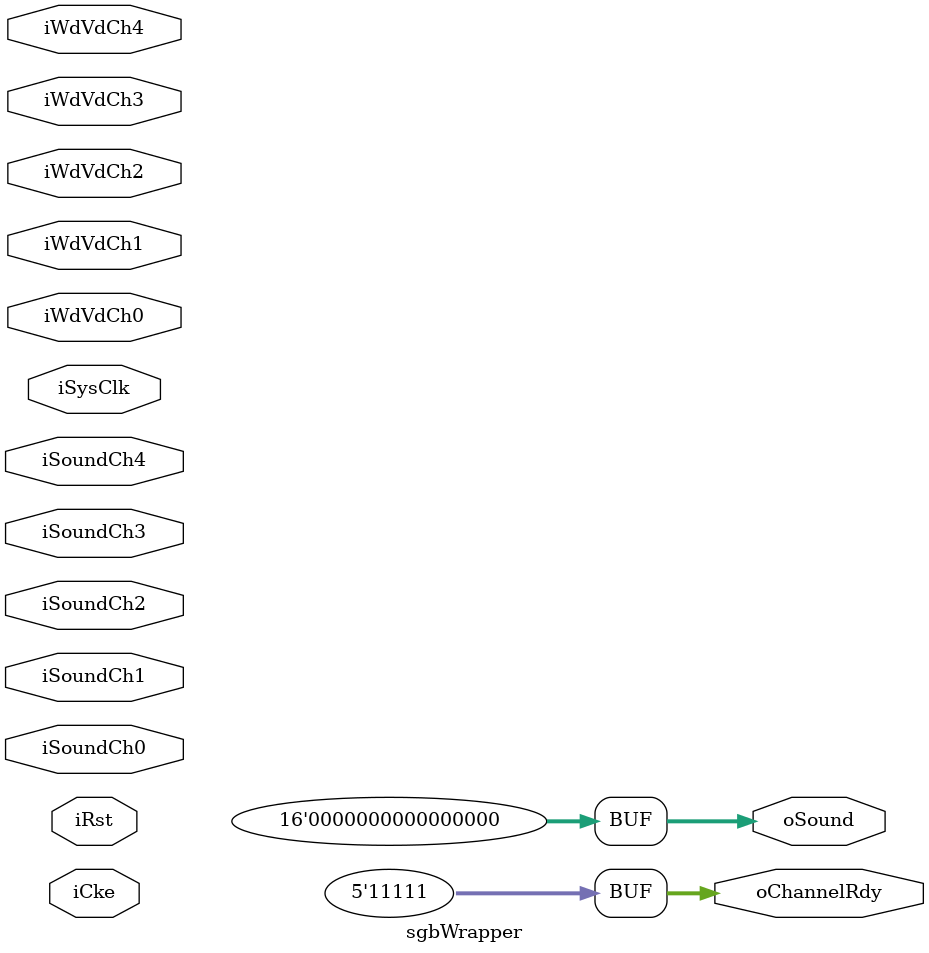
<source format=v>
module sgbWrapper (
    input                   iSysClk,        // Pre  Side: System Clk
    input                   iRst,           // Pre  Side: Active High
    input  [15:0]           iSoundCh0,      // Cmb  Side: 音源データ
    input  [15:0]           iSoundCh1,      // Cmb  Side: 音源データ
    input  [15:0]           iSoundCh2,      // Cmb  Side: 音源データ
    input  [15:0]           iSoundCh3,      // Cmb  Side: 音源データ
    input  [15:0]           iSoundCh4,      // Cmb  Side: 音源データ
    input                   iWdVdCh0,       // Cmb  Side: 有効データ書き込み時 High
    input                   iWdVdCh1,       // Cmb  Side: 有効データ書き込み時 High
    input                   iWdVdCh2,       // Cmb  Side: 有効データ書き込み時 High
    input                   iWdVdCh3,       // Cmb  Side: 有効データ書き込み時 High
    input                   iWdVdCh4,       // Cmb  Side: 有効データ書き込み時 High
    output [ 4:0]           oChannelRdy,    // Cmb  Side: 書き込み可能 Channel ID 1.
    input                   iCke,           // Post Side: 音源データ読み込み時 High
    output [15:0]           oSound          // Post Side: 音源データ出力
);

assign oChannelRdy = 5'b11111;
assign oSound      = 16'd0;

endmodule
</source>
